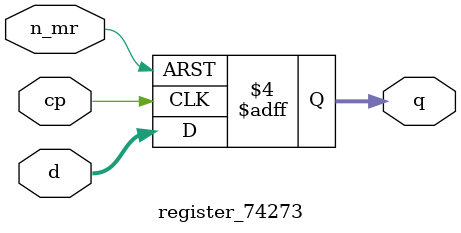
<source format=v>
`timescale 1ns/1ns
module register_74273(
//output
          q,
//input
          d,
          n_mr,
          cp);
    input wire [7:0] d;
    input wire n_mr;
    input wire cp;
    output reg [7:0] q;

    initial begin
        q = 8'bx;
    end

    always @(posedge cp or negedge n_mr) begin
        if (~n_mr) begin
            q <= #10.5 8'b0;
        end else begin
            q <= #11 d;
        end
    end
endmodule

</source>
